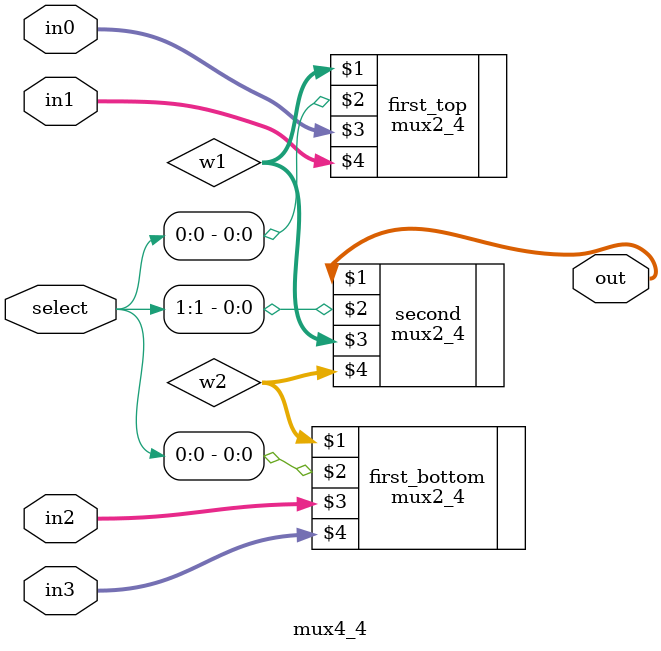
<source format=v>
module mux4_4(out, select, in0, in1, in2, in3);
    input [1:0] select;
    input [3:0] in0, in1, in2, in3;
    output [3:0] out;
    wire [3:0] w1, w2;
    mux2_4 first_top(w1, select[0], in0, in1);
    mux2_4 first_bottom(w2, select[0], in2, in3);
    mux2_4 second(out, select[1], w1, w2);
endmodule
</source>
